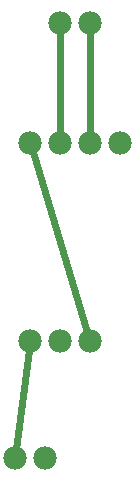
<source format=gbl>
G04 MADE WITH FRITZING*
G04 WWW.FRITZING.ORG*
G04 DOUBLE SIDED*
G04 HOLES PLATED*
G04 CONTOUR ON CENTER OF CONTOUR VECTOR*
%ASAXBY*%
%FSLAX23Y23*%
%MOIN*%
%OFA0B0*%
%SFA1.0B1.0*%
%ADD10C,0.078000*%
%ADD11C,0.024000*%
%LNCOPPER0*%
G90*
G70*
G54D10*
X478Y1967D03*
X378Y1967D03*
X328Y517D03*
X228Y517D03*
X578Y1567D03*
X478Y1567D03*
X378Y1567D03*
X278Y1567D03*
X278Y906D03*
X378Y906D03*
X478Y906D03*
G54D11*
X478Y1937D02*
X478Y1597D01*
D02*
X378Y1937D02*
X378Y1597D01*
D02*
X274Y876D02*
X232Y547D01*
D02*
X287Y1538D02*
X469Y935D01*
G04 End of Copper0*
M02*
</source>
